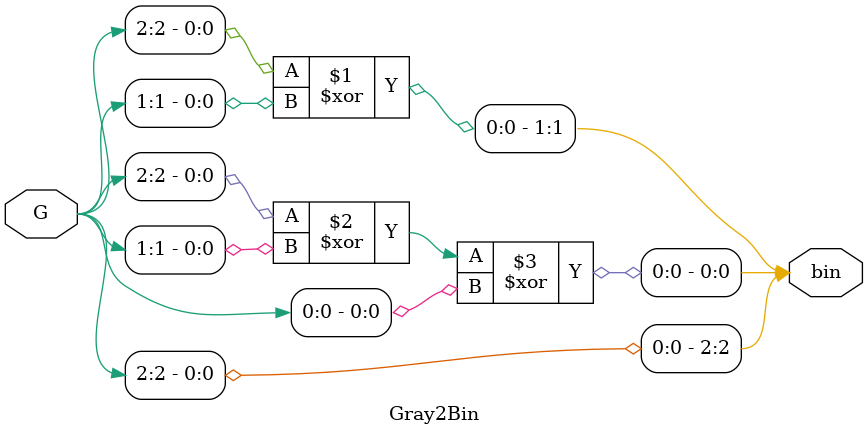
<source format=v>
`timescale 1ns / 1ps


module Gray2Bin
        (input [2:0] G, //gray code output
         output [2:0] bin   //binary input
        );

assign bin[2] = G[2];
assign bin[1] = G[2] ^ G[1];
assign bin[0] = G[2] ^ G[1] ^ G[0];

endmodule

</source>
